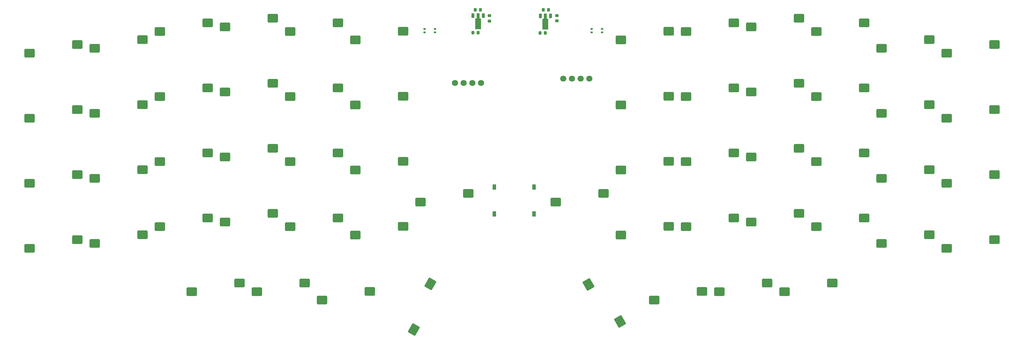
<source format=gbp>
G04 #@! TF.GenerationSoftware,KiCad,Pcbnew,9.0.2*
G04 #@! TF.CreationDate,2025-05-27T22:59:10+12:00*
G04 #@! TF.ProjectId,Koca58,4b6f6361-3538-42e6-9b69-6361645f7063,v1.0.3*
G04 #@! TF.SameCoordinates,Original*
G04 #@! TF.FileFunction,Paste,Bot*
G04 #@! TF.FilePolarity,Positive*
%FSLAX46Y46*%
G04 Gerber Fmt 4.6, Leading zero omitted, Abs format (unit mm)*
G04 Created by KiCad (PCBNEW 9.0.2) date 2025-05-27 22:59:10*
%MOMM*%
%LPD*%
G01*
G04 APERTURE LIST*
G04 Aperture macros list*
%AMRoundRect*
0 Rectangle with rounded corners*
0 $1 Rounding radius*
0 $2 $3 $4 $5 $6 $7 $8 $9 X,Y pos of 4 corners*
0 Add a 4 corners polygon primitive as box body*
4,1,4,$2,$3,$4,$5,$6,$7,$8,$9,$2,$3,0*
0 Add four circle primitives for the rounded corners*
1,1,$1+$1,$2,$3*
1,1,$1+$1,$4,$5*
1,1,$1+$1,$6,$7*
1,1,$1+$1,$8,$9*
0 Add four rect primitives between the rounded corners*
20,1,$1+$1,$2,$3,$4,$5,0*
20,1,$1+$1,$4,$5,$6,$7,0*
20,1,$1+$1,$6,$7,$8,$9,0*
20,1,$1+$1,$8,$9,$2,$3,0*%
%AMFreePoly0*
4,1,9,3.862500,-0.866500,0.737500,-0.866500,0.737500,-0.450000,-0.737500,-0.450000,-0.737500,0.450000,0.737500,0.450000,0.737500,0.866500,3.862500,0.866500,3.862500,-0.866500,3.862500,-0.866500,$1*%
G04 Aperture macros list end*
%ADD10RoundRect,0.250000X1.250000X1.000000X-1.250000X1.000000X-1.250000X-1.000000X1.250000X-1.000000X0*%
%ADD11RoundRect,0.135000X-0.185000X0.135000X-0.185000X-0.135000X0.185000X-0.135000X0.185000X0.135000X0*%
%ADD12RoundRect,0.218750X-0.256250X0.218750X-0.256250X-0.218750X0.256250X-0.218750X0.256250X0.218750X0*%
%ADD13C,1.800000*%
%ADD14RoundRect,0.225000X0.225000X0.250000X-0.225000X0.250000X-0.225000X-0.250000X0.225000X-0.250000X0*%
%ADD15RoundRect,0.250000X1.491025X-0.582532X0.241025X1.582532X-1.491025X0.582532X-0.241025X-1.582532X0*%
%ADD16RoundRect,0.225000X-0.225000X0.425000X-0.225000X-0.425000X0.225000X-0.425000X0.225000X0.425000X0*%
%ADD17FreePoly0,270.000000*%
%ADD18R,1.000000X1.500000*%
%ADD19RoundRect,0.250000X-0.241025X1.582532X-1.491025X-0.582532X0.241025X-1.582532X1.491025X0.582532X0*%
G04 APERTURE END LIST*
D10*
X292486000Y-99360000D03*
X306456000Y-96820000D03*
X264086000Y-175560000D03*
X278056000Y-173020000D03*
X216286000Y-149310000D03*
X230256000Y-146770000D03*
X81480000Y-142310000D03*
X95450000Y-139770000D03*
X119580000Y-117010000D03*
X133550000Y-114470000D03*
X119580000Y-136060000D03*
X133550000Y-133520000D03*
X157680000Y-139860000D03*
X171650000Y-137320000D03*
X81480000Y-104210000D03*
X95450000Y-101670000D03*
X62430000Y-143760000D03*
X76400000Y-141220000D03*
X138630000Y-118410000D03*
X152600000Y-115870000D03*
X254386000Y-99360000D03*
X268356000Y-96820000D03*
X254386000Y-156510000D03*
X268356000Y-153970000D03*
D11*
X226806000Y-98535000D03*
X226806000Y-99555000D03*
D12*
X216600000Y-94662500D03*
X216600000Y-96237500D03*
D10*
X119580000Y-155110000D03*
X133550000Y-152570000D03*
X100530000Y-118410000D03*
X114500000Y-115870000D03*
X292486000Y-118410000D03*
X306456000Y-115870000D03*
X157680000Y-120810000D03*
X171650000Y-118270000D03*
X273436000Y-97960000D03*
X287406000Y-95420000D03*
D11*
X180950000Y-98535000D03*
X180950000Y-99555000D03*
D10*
X109880000Y-175560000D03*
X123850000Y-173020000D03*
D13*
X218480000Y-113150000D03*
X221020000Y-113150000D03*
X223560000Y-113150000D03*
X226100000Y-113150000D03*
D10*
X176730000Y-149310000D03*
X190700000Y-146770000D03*
X311536000Y-142310000D03*
X325506000Y-139770000D03*
X330586000Y-143760000D03*
X344556000Y-141220000D03*
X235336000Y-101760000D03*
X249306000Y-99220000D03*
D14*
X213250000Y-99725000D03*
X211700000Y-99725000D03*
D10*
X119580000Y-97960000D03*
X133550000Y-95420000D03*
D13*
X186820000Y-114400000D03*
X189360000Y-114400000D03*
X191900000Y-114400000D03*
X194440000Y-114400000D03*
D10*
X273436000Y-155110000D03*
X287406000Y-152570000D03*
X245036000Y-177960000D03*
X259006000Y-175420000D03*
X235336000Y-120810000D03*
X249306000Y-118270000D03*
X138630000Y-137460000D03*
X152600000Y-134920000D03*
X311536000Y-104210000D03*
X325506000Y-101670000D03*
X81480000Y-161360000D03*
X95450000Y-158820000D03*
X128930000Y-175560000D03*
X142900000Y-173020000D03*
X100530000Y-137460000D03*
X114500000Y-134920000D03*
X235336000Y-139860000D03*
X249306000Y-137320000D03*
D12*
X196925000Y-94700000D03*
X196925000Y-96275000D03*
D14*
X214150000Y-92975000D03*
X212600000Y-92975000D03*
D15*
X225845705Y-173430886D03*
X235030409Y-184259261D03*
D10*
X283136000Y-175560000D03*
X297106000Y-173020000D03*
X273436000Y-136060000D03*
X287406000Y-133520000D03*
X254386000Y-137460000D03*
X268356000Y-134920000D03*
D16*
X211762500Y-94725000D03*
D17*
X213262500Y-94812500D03*
D16*
X214762500Y-94725000D03*
D10*
X330586000Y-105660000D03*
X344556000Y-103120000D03*
D11*
X177950000Y-98535000D03*
X177950000Y-99555000D03*
D18*
X198300000Y-152750000D03*
X198300000Y-144850000D03*
D10*
X292486000Y-156510000D03*
X306456000Y-153970000D03*
X100530000Y-99360000D03*
X114500000Y-96820000D03*
X273436000Y-117010000D03*
X287406000Y-114470000D03*
D19*
X174790295Y-186629114D03*
X179575591Y-173260739D03*
D10*
X62430000Y-162810000D03*
X76400000Y-160270000D03*
X330586000Y-124710000D03*
X344556000Y-122170000D03*
X62430000Y-124710000D03*
X76400000Y-122170000D03*
X138630000Y-99360000D03*
X152600000Y-96820000D03*
X311536000Y-123260000D03*
X325506000Y-120720000D03*
D14*
X193600000Y-99700000D03*
X192050000Y-99700000D03*
D10*
X311536000Y-161360000D03*
X325506000Y-158820000D03*
X157680000Y-158910000D03*
X171650000Y-156370000D03*
X157680000Y-101760000D03*
X171650000Y-99220000D03*
X235336000Y-158910000D03*
X249306000Y-156370000D03*
X62430000Y-105660000D03*
X76400000Y-103120000D03*
D18*
X209956000Y-152750000D03*
X209956000Y-144850000D03*
D10*
X138630000Y-156510000D03*
X152600000Y-153970000D03*
X254386000Y-118410000D03*
X268356000Y-115870000D03*
X81480000Y-123260000D03*
X95450000Y-120720000D03*
X147980000Y-177960000D03*
X161950000Y-175420000D03*
D14*
X194250000Y-92950000D03*
X192700000Y-92950000D03*
D11*
X229806000Y-98535000D03*
X229806000Y-99555000D03*
D10*
X292486000Y-137460000D03*
X306456000Y-134920000D03*
D16*
X192100000Y-94675000D03*
D17*
X193600000Y-94762500D03*
D16*
X195100000Y-94675000D03*
D10*
X330586000Y-162810000D03*
X344556000Y-160270000D03*
X100530000Y-156510000D03*
X114500000Y-153970000D03*
M02*

</source>
